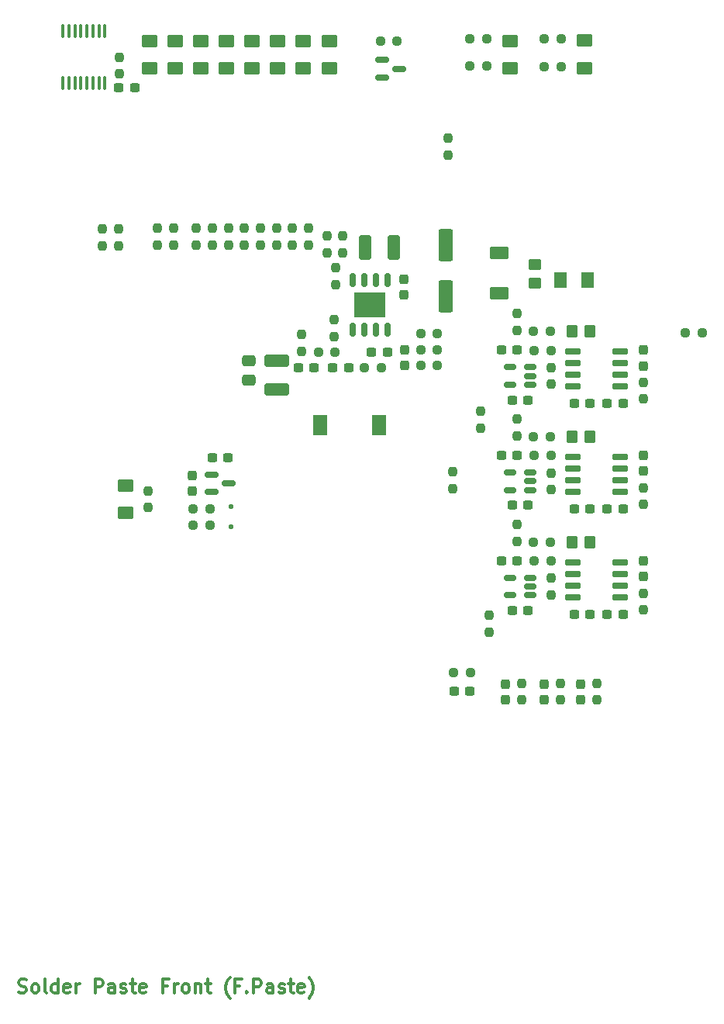
<source format=gbr>
G04 #@! TF.GenerationSoftware,KiCad,Pcbnew,9.0.3*
G04 #@! TF.CreationDate,2026-02-18T15:21:07+00:00*
G04 #@! TF.ProjectId,nevb_mtr1_c_1,6e657662-5f6d-4747-9231-5f635f312e6b,01*
G04 #@! TF.SameCoordinates,Original*
G04 #@! TF.FileFunction,Paste,Top*
G04 #@! TF.FilePolarity,Positive*
%FSLAX46Y46*%
G04 Gerber Fmt 4.6, Leading zero omitted, Abs format (unit mm)*
G04 Created by KiCad (PCBNEW 9.0.3) date 2026-02-18 15:21:07*
%MOMM*%
%LPD*%
G01*
G04 APERTURE LIST*
G04 Aperture macros list*
%AMRoundRect*
0 Rectangle with rounded corners*
0 $1 Rounding radius*
0 $2 $3 $4 $5 $6 $7 $8 $9 X,Y pos of 4 corners*
0 Add a 4 corners polygon primitive as box body*
4,1,4,$2,$3,$4,$5,$6,$7,$8,$9,$2,$3,0*
0 Add four circle primitives for the rounded corners*
1,1,$1+$1,$2,$3*
1,1,$1+$1,$4,$5*
1,1,$1+$1,$6,$7*
1,1,$1+$1,$8,$9*
0 Add four rect primitives between the rounded corners*
20,1,$1+$1,$2,$3,$4,$5,0*
20,1,$1+$1,$4,$5,$6,$7,0*
20,1,$1+$1,$6,$7,$8,$9,0*
20,1,$1+$1,$8,$9,$2,$3,0*%
G04 Aperture macros list end*
%ADD10C,0.300000*%
%ADD11R,1.600000X2.200000*%
%ADD12RoundRect,0.250001X-0.624999X0.462499X-0.624999X-0.462499X0.624999X-0.462499X0.624999X0.462499X0*%
%ADD13RoundRect,0.250001X0.624999X-0.462499X0.624999X0.462499X-0.624999X0.462499X-0.624999X-0.462499X0*%
%ADD14RoundRect,0.237500X0.250000X0.237500X-0.250000X0.237500X-0.250000X-0.237500X0.250000X-0.237500X0*%
%ADD15RoundRect,0.150000X0.725000X0.150000X-0.725000X0.150000X-0.725000X-0.150000X0.725000X-0.150000X0*%
%ADD16RoundRect,0.237500X-0.237500X0.250000X-0.237500X-0.250000X0.237500X-0.250000X0.237500X0.250000X0*%
%ADD17RoundRect,0.250001X0.462499X0.624999X-0.462499X0.624999X-0.462499X-0.624999X0.462499X-0.624999X0*%
%ADD18RoundRect,0.237500X0.237500X-0.250000X0.237500X0.250000X-0.237500X0.250000X-0.237500X-0.250000X0*%
%ADD19RoundRect,0.150000X0.512500X0.150000X-0.512500X0.150000X-0.512500X-0.150000X0.512500X-0.150000X0*%
%ADD20RoundRect,0.150000X-0.587500X-0.150000X0.587500X-0.150000X0.587500X0.150000X-0.587500X0.150000X0*%
%ADD21RoundRect,0.237500X0.237500X-0.300000X0.237500X0.300000X-0.237500X0.300000X-0.237500X-0.300000X0*%
%ADD22RoundRect,0.237500X0.300000X0.237500X-0.300000X0.237500X-0.300000X-0.237500X0.300000X-0.237500X0*%
%ADD23RoundRect,0.250000X-0.350000X-0.450000X0.350000X-0.450000X0.350000X0.450000X-0.350000X0.450000X0*%
%ADD24RoundRect,0.250000X0.475000X-0.337500X0.475000X0.337500X-0.475000X0.337500X-0.475000X-0.337500X0*%
%ADD25RoundRect,0.100000X-0.100000X0.637500X-0.100000X-0.637500X0.100000X-0.637500X0.100000X0.637500X0*%
%ADD26RoundRect,0.237500X-0.300000X-0.237500X0.300000X-0.237500X0.300000X0.237500X-0.300000X0.237500X0*%
%ADD27RoundRect,0.237500X-0.250000X-0.237500X0.250000X-0.237500X0.250000X0.237500X-0.250000X0.237500X0*%
%ADD28RoundRect,0.250000X-0.550000X1.500000X-0.550000X-1.500000X0.550000X-1.500000X0.550000X1.500000X0*%
%ADD29RoundRect,0.250000X-1.100000X0.412500X-1.100000X-0.412500X1.100000X-0.412500X1.100000X0.412500X0*%
%ADD30RoundRect,0.250000X-0.450000X0.350000X-0.450000X-0.350000X0.450000X-0.350000X0.450000X0.350000X0*%
%ADD31RoundRect,0.125000X0.125000X-0.125000X0.125000X0.125000X-0.125000X0.125000X-0.125000X-0.125000X0*%
%ADD32RoundRect,0.237500X-0.237500X0.300000X-0.237500X-0.300000X0.237500X-0.300000X0.237500X0.300000X0*%
%ADD33RoundRect,0.250000X0.412500X1.100000X-0.412500X1.100000X-0.412500X-1.100000X0.412500X-1.100000X0*%
%ADD34RoundRect,0.150000X-0.150000X0.625000X-0.150000X-0.625000X0.150000X-0.625000X0.150000X0.625000X0*%
%ADD35R,3.400000X2.710000*%
%ADD36RoundRect,0.250000X-0.800000X0.450000X-0.800000X-0.450000X0.800000X-0.450000X0.800000X0.450000X0*%
G04 APERTURE END LIST*
D10*
X60935082Y-144509400D02*
X61149368Y-144580828D01*
X61149368Y-144580828D02*
X61506510Y-144580828D01*
X61506510Y-144580828D02*
X61649368Y-144509400D01*
X61649368Y-144509400D02*
X61720796Y-144437971D01*
X61720796Y-144437971D02*
X61792225Y-144295114D01*
X61792225Y-144295114D02*
X61792225Y-144152257D01*
X61792225Y-144152257D02*
X61720796Y-144009400D01*
X61720796Y-144009400D02*
X61649368Y-143937971D01*
X61649368Y-143937971D02*
X61506510Y-143866542D01*
X61506510Y-143866542D02*
X61220796Y-143795114D01*
X61220796Y-143795114D02*
X61077939Y-143723685D01*
X61077939Y-143723685D02*
X61006510Y-143652257D01*
X61006510Y-143652257D02*
X60935082Y-143509400D01*
X60935082Y-143509400D02*
X60935082Y-143366542D01*
X60935082Y-143366542D02*
X61006510Y-143223685D01*
X61006510Y-143223685D02*
X61077939Y-143152257D01*
X61077939Y-143152257D02*
X61220796Y-143080828D01*
X61220796Y-143080828D02*
X61577939Y-143080828D01*
X61577939Y-143080828D02*
X61792225Y-143152257D01*
X62649367Y-144580828D02*
X62506510Y-144509400D01*
X62506510Y-144509400D02*
X62435081Y-144437971D01*
X62435081Y-144437971D02*
X62363653Y-144295114D01*
X62363653Y-144295114D02*
X62363653Y-143866542D01*
X62363653Y-143866542D02*
X62435081Y-143723685D01*
X62435081Y-143723685D02*
X62506510Y-143652257D01*
X62506510Y-143652257D02*
X62649367Y-143580828D01*
X62649367Y-143580828D02*
X62863653Y-143580828D01*
X62863653Y-143580828D02*
X63006510Y-143652257D01*
X63006510Y-143652257D02*
X63077939Y-143723685D01*
X63077939Y-143723685D02*
X63149367Y-143866542D01*
X63149367Y-143866542D02*
X63149367Y-144295114D01*
X63149367Y-144295114D02*
X63077939Y-144437971D01*
X63077939Y-144437971D02*
X63006510Y-144509400D01*
X63006510Y-144509400D02*
X62863653Y-144580828D01*
X62863653Y-144580828D02*
X62649367Y-144580828D01*
X64006510Y-144580828D02*
X63863653Y-144509400D01*
X63863653Y-144509400D02*
X63792224Y-144366542D01*
X63792224Y-144366542D02*
X63792224Y-143080828D01*
X65220796Y-144580828D02*
X65220796Y-143080828D01*
X65220796Y-144509400D02*
X65077938Y-144580828D01*
X65077938Y-144580828D02*
X64792224Y-144580828D01*
X64792224Y-144580828D02*
X64649367Y-144509400D01*
X64649367Y-144509400D02*
X64577938Y-144437971D01*
X64577938Y-144437971D02*
X64506510Y-144295114D01*
X64506510Y-144295114D02*
X64506510Y-143866542D01*
X64506510Y-143866542D02*
X64577938Y-143723685D01*
X64577938Y-143723685D02*
X64649367Y-143652257D01*
X64649367Y-143652257D02*
X64792224Y-143580828D01*
X64792224Y-143580828D02*
X65077938Y-143580828D01*
X65077938Y-143580828D02*
X65220796Y-143652257D01*
X66506510Y-144509400D02*
X66363653Y-144580828D01*
X66363653Y-144580828D02*
X66077939Y-144580828D01*
X66077939Y-144580828D02*
X65935081Y-144509400D01*
X65935081Y-144509400D02*
X65863653Y-144366542D01*
X65863653Y-144366542D02*
X65863653Y-143795114D01*
X65863653Y-143795114D02*
X65935081Y-143652257D01*
X65935081Y-143652257D02*
X66077939Y-143580828D01*
X66077939Y-143580828D02*
X66363653Y-143580828D01*
X66363653Y-143580828D02*
X66506510Y-143652257D01*
X66506510Y-143652257D02*
X66577939Y-143795114D01*
X66577939Y-143795114D02*
X66577939Y-143937971D01*
X66577939Y-143937971D02*
X65863653Y-144080828D01*
X67220795Y-144580828D02*
X67220795Y-143580828D01*
X67220795Y-143866542D02*
X67292224Y-143723685D01*
X67292224Y-143723685D02*
X67363653Y-143652257D01*
X67363653Y-143652257D02*
X67506510Y-143580828D01*
X67506510Y-143580828D02*
X67649367Y-143580828D01*
X69292223Y-144580828D02*
X69292223Y-143080828D01*
X69292223Y-143080828D02*
X69863652Y-143080828D01*
X69863652Y-143080828D02*
X70006509Y-143152257D01*
X70006509Y-143152257D02*
X70077938Y-143223685D01*
X70077938Y-143223685D02*
X70149366Y-143366542D01*
X70149366Y-143366542D02*
X70149366Y-143580828D01*
X70149366Y-143580828D02*
X70077938Y-143723685D01*
X70077938Y-143723685D02*
X70006509Y-143795114D01*
X70006509Y-143795114D02*
X69863652Y-143866542D01*
X69863652Y-143866542D02*
X69292223Y-143866542D01*
X71435081Y-144580828D02*
X71435081Y-143795114D01*
X71435081Y-143795114D02*
X71363652Y-143652257D01*
X71363652Y-143652257D02*
X71220795Y-143580828D01*
X71220795Y-143580828D02*
X70935081Y-143580828D01*
X70935081Y-143580828D02*
X70792223Y-143652257D01*
X71435081Y-144509400D02*
X71292223Y-144580828D01*
X71292223Y-144580828D02*
X70935081Y-144580828D01*
X70935081Y-144580828D02*
X70792223Y-144509400D01*
X70792223Y-144509400D02*
X70720795Y-144366542D01*
X70720795Y-144366542D02*
X70720795Y-144223685D01*
X70720795Y-144223685D02*
X70792223Y-144080828D01*
X70792223Y-144080828D02*
X70935081Y-144009400D01*
X70935081Y-144009400D02*
X71292223Y-144009400D01*
X71292223Y-144009400D02*
X71435081Y-143937971D01*
X72077938Y-144509400D02*
X72220795Y-144580828D01*
X72220795Y-144580828D02*
X72506509Y-144580828D01*
X72506509Y-144580828D02*
X72649366Y-144509400D01*
X72649366Y-144509400D02*
X72720795Y-144366542D01*
X72720795Y-144366542D02*
X72720795Y-144295114D01*
X72720795Y-144295114D02*
X72649366Y-144152257D01*
X72649366Y-144152257D02*
X72506509Y-144080828D01*
X72506509Y-144080828D02*
X72292224Y-144080828D01*
X72292224Y-144080828D02*
X72149366Y-144009400D01*
X72149366Y-144009400D02*
X72077938Y-143866542D01*
X72077938Y-143866542D02*
X72077938Y-143795114D01*
X72077938Y-143795114D02*
X72149366Y-143652257D01*
X72149366Y-143652257D02*
X72292224Y-143580828D01*
X72292224Y-143580828D02*
X72506509Y-143580828D01*
X72506509Y-143580828D02*
X72649366Y-143652257D01*
X73149367Y-143580828D02*
X73720795Y-143580828D01*
X73363652Y-143080828D02*
X73363652Y-144366542D01*
X73363652Y-144366542D02*
X73435081Y-144509400D01*
X73435081Y-144509400D02*
X73577938Y-144580828D01*
X73577938Y-144580828D02*
X73720795Y-144580828D01*
X74792224Y-144509400D02*
X74649367Y-144580828D01*
X74649367Y-144580828D02*
X74363653Y-144580828D01*
X74363653Y-144580828D02*
X74220795Y-144509400D01*
X74220795Y-144509400D02*
X74149367Y-144366542D01*
X74149367Y-144366542D02*
X74149367Y-143795114D01*
X74149367Y-143795114D02*
X74220795Y-143652257D01*
X74220795Y-143652257D02*
X74363653Y-143580828D01*
X74363653Y-143580828D02*
X74649367Y-143580828D01*
X74649367Y-143580828D02*
X74792224Y-143652257D01*
X74792224Y-143652257D02*
X74863653Y-143795114D01*
X74863653Y-143795114D02*
X74863653Y-143937971D01*
X74863653Y-143937971D02*
X74149367Y-144080828D01*
X77149366Y-143795114D02*
X76649366Y-143795114D01*
X76649366Y-144580828D02*
X76649366Y-143080828D01*
X76649366Y-143080828D02*
X77363652Y-143080828D01*
X77935080Y-144580828D02*
X77935080Y-143580828D01*
X77935080Y-143866542D02*
X78006509Y-143723685D01*
X78006509Y-143723685D02*
X78077938Y-143652257D01*
X78077938Y-143652257D02*
X78220795Y-143580828D01*
X78220795Y-143580828D02*
X78363652Y-143580828D01*
X79077937Y-144580828D02*
X78935080Y-144509400D01*
X78935080Y-144509400D02*
X78863651Y-144437971D01*
X78863651Y-144437971D02*
X78792223Y-144295114D01*
X78792223Y-144295114D02*
X78792223Y-143866542D01*
X78792223Y-143866542D02*
X78863651Y-143723685D01*
X78863651Y-143723685D02*
X78935080Y-143652257D01*
X78935080Y-143652257D02*
X79077937Y-143580828D01*
X79077937Y-143580828D02*
X79292223Y-143580828D01*
X79292223Y-143580828D02*
X79435080Y-143652257D01*
X79435080Y-143652257D02*
X79506509Y-143723685D01*
X79506509Y-143723685D02*
X79577937Y-143866542D01*
X79577937Y-143866542D02*
X79577937Y-144295114D01*
X79577937Y-144295114D02*
X79506509Y-144437971D01*
X79506509Y-144437971D02*
X79435080Y-144509400D01*
X79435080Y-144509400D02*
X79292223Y-144580828D01*
X79292223Y-144580828D02*
X79077937Y-144580828D01*
X80220794Y-143580828D02*
X80220794Y-144580828D01*
X80220794Y-143723685D02*
X80292223Y-143652257D01*
X80292223Y-143652257D02*
X80435080Y-143580828D01*
X80435080Y-143580828D02*
X80649366Y-143580828D01*
X80649366Y-143580828D02*
X80792223Y-143652257D01*
X80792223Y-143652257D02*
X80863652Y-143795114D01*
X80863652Y-143795114D02*
X80863652Y-144580828D01*
X81363652Y-143580828D02*
X81935080Y-143580828D01*
X81577937Y-143080828D02*
X81577937Y-144366542D01*
X81577937Y-144366542D02*
X81649366Y-144509400D01*
X81649366Y-144509400D02*
X81792223Y-144580828D01*
X81792223Y-144580828D02*
X81935080Y-144580828D01*
X84006509Y-145152257D02*
X83935080Y-145080828D01*
X83935080Y-145080828D02*
X83792223Y-144866542D01*
X83792223Y-144866542D02*
X83720795Y-144723685D01*
X83720795Y-144723685D02*
X83649366Y-144509400D01*
X83649366Y-144509400D02*
X83577937Y-144152257D01*
X83577937Y-144152257D02*
X83577937Y-143866542D01*
X83577937Y-143866542D02*
X83649366Y-143509400D01*
X83649366Y-143509400D02*
X83720795Y-143295114D01*
X83720795Y-143295114D02*
X83792223Y-143152257D01*
X83792223Y-143152257D02*
X83935080Y-142937971D01*
X83935080Y-142937971D02*
X84006509Y-142866542D01*
X85077937Y-143795114D02*
X84577937Y-143795114D01*
X84577937Y-144580828D02*
X84577937Y-143080828D01*
X84577937Y-143080828D02*
X85292223Y-143080828D01*
X85863651Y-144437971D02*
X85935080Y-144509400D01*
X85935080Y-144509400D02*
X85863651Y-144580828D01*
X85863651Y-144580828D02*
X85792223Y-144509400D01*
X85792223Y-144509400D02*
X85863651Y-144437971D01*
X85863651Y-144437971D02*
X85863651Y-144580828D01*
X86577937Y-144580828D02*
X86577937Y-143080828D01*
X86577937Y-143080828D02*
X87149366Y-143080828D01*
X87149366Y-143080828D02*
X87292223Y-143152257D01*
X87292223Y-143152257D02*
X87363652Y-143223685D01*
X87363652Y-143223685D02*
X87435080Y-143366542D01*
X87435080Y-143366542D02*
X87435080Y-143580828D01*
X87435080Y-143580828D02*
X87363652Y-143723685D01*
X87363652Y-143723685D02*
X87292223Y-143795114D01*
X87292223Y-143795114D02*
X87149366Y-143866542D01*
X87149366Y-143866542D02*
X86577937Y-143866542D01*
X88720795Y-144580828D02*
X88720795Y-143795114D01*
X88720795Y-143795114D02*
X88649366Y-143652257D01*
X88649366Y-143652257D02*
X88506509Y-143580828D01*
X88506509Y-143580828D02*
X88220795Y-143580828D01*
X88220795Y-143580828D02*
X88077937Y-143652257D01*
X88720795Y-144509400D02*
X88577937Y-144580828D01*
X88577937Y-144580828D02*
X88220795Y-144580828D01*
X88220795Y-144580828D02*
X88077937Y-144509400D01*
X88077937Y-144509400D02*
X88006509Y-144366542D01*
X88006509Y-144366542D02*
X88006509Y-144223685D01*
X88006509Y-144223685D02*
X88077937Y-144080828D01*
X88077937Y-144080828D02*
X88220795Y-144009400D01*
X88220795Y-144009400D02*
X88577937Y-144009400D01*
X88577937Y-144009400D02*
X88720795Y-143937971D01*
X89363652Y-144509400D02*
X89506509Y-144580828D01*
X89506509Y-144580828D02*
X89792223Y-144580828D01*
X89792223Y-144580828D02*
X89935080Y-144509400D01*
X89935080Y-144509400D02*
X90006509Y-144366542D01*
X90006509Y-144366542D02*
X90006509Y-144295114D01*
X90006509Y-144295114D02*
X89935080Y-144152257D01*
X89935080Y-144152257D02*
X89792223Y-144080828D01*
X89792223Y-144080828D02*
X89577938Y-144080828D01*
X89577938Y-144080828D02*
X89435080Y-144009400D01*
X89435080Y-144009400D02*
X89363652Y-143866542D01*
X89363652Y-143866542D02*
X89363652Y-143795114D01*
X89363652Y-143795114D02*
X89435080Y-143652257D01*
X89435080Y-143652257D02*
X89577938Y-143580828D01*
X89577938Y-143580828D02*
X89792223Y-143580828D01*
X89792223Y-143580828D02*
X89935080Y-143652257D01*
X90435081Y-143580828D02*
X91006509Y-143580828D01*
X90649366Y-143080828D02*
X90649366Y-144366542D01*
X90649366Y-144366542D02*
X90720795Y-144509400D01*
X90720795Y-144509400D02*
X90863652Y-144580828D01*
X90863652Y-144580828D02*
X91006509Y-144580828D01*
X92077938Y-144509400D02*
X91935081Y-144580828D01*
X91935081Y-144580828D02*
X91649367Y-144580828D01*
X91649367Y-144580828D02*
X91506509Y-144509400D01*
X91506509Y-144509400D02*
X91435081Y-144366542D01*
X91435081Y-144366542D02*
X91435081Y-143795114D01*
X91435081Y-143795114D02*
X91506509Y-143652257D01*
X91506509Y-143652257D02*
X91649367Y-143580828D01*
X91649367Y-143580828D02*
X91935081Y-143580828D01*
X91935081Y-143580828D02*
X92077938Y-143652257D01*
X92077938Y-143652257D02*
X92149367Y-143795114D01*
X92149367Y-143795114D02*
X92149367Y-143937971D01*
X92149367Y-143937971D02*
X91435081Y-144080828D01*
X92649366Y-145152257D02*
X92720795Y-145080828D01*
X92720795Y-145080828D02*
X92863652Y-144866542D01*
X92863652Y-144866542D02*
X92935081Y-144723685D01*
X92935081Y-144723685D02*
X93006509Y-144509400D01*
X93006509Y-144509400D02*
X93077938Y-144152257D01*
X93077938Y-144152257D02*
X93077938Y-143866542D01*
X93077938Y-143866542D02*
X93006509Y-143509400D01*
X93006509Y-143509400D02*
X92935081Y-143295114D01*
X92935081Y-143295114D02*
X92863652Y-143152257D01*
X92863652Y-143152257D02*
X92720795Y-142937971D01*
X92720795Y-142937971D02*
X92649366Y-142866542D01*
D11*
X100304000Y-82614000D03*
X93904000Y-82614000D03*
D12*
X78058500Y-40715000D03*
X78058500Y-43690000D03*
D13*
X72604000Y-92176500D03*
X72604000Y-89201500D03*
D14*
X102258500Y-40656000D03*
X100433500Y-40656000D03*
D15*
X126604000Y-78364000D03*
X126604000Y-77094000D03*
X126604000Y-75824000D03*
X126604000Y-74554000D03*
X121454000Y-74554000D03*
X121454000Y-75824000D03*
X121454000Y-77094000D03*
X121454000Y-78364000D03*
D16*
X92604000Y-61114000D03*
X92604000Y-62939000D03*
D17*
X123091500Y-66810000D03*
X120116500Y-66810000D03*
D12*
X92028500Y-40715000D03*
X92028500Y-43690000D03*
D18*
X75104000Y-91614000D03*
X75104000Y-89789000D03*
D16*
X108354000Y-87701500D03*
X108354000Y-89526500D03*
D19*
X116852000Y-101179000D03*
X116852000Y-100229000D03*
X116852000Y-99279000D03*
X114577000Y-99279000D03*
X114577000Y-101179000D03*
D20*
X100662500Y-44654000D03*
X102537500Y-43704000D03*
X100662500Y-42754000D03*
D21*
X129177949Y-87626448D03*
X129177949Y-85901448D03*
D22*
X115371000Y-97391500D03*
X113646000Y-97391500D03*
D12*
X94913000Y-40692500D03*
X94913000Y-43667500D03*
D16*
X87354000Y-61114000D03*
X87354000Y-62939000D03*
D14*
X119104000Y-97435000D03*
X117279000Y-97435000D03*
X119104000Y-85935000D03*
X117279000Y-85935000D03*
D23*
X121354000Y-72364000D03*
X123354000Y-72364000D03*
D14*
X120173500Y-40475000D03*
X118348500Y-40475000D03*
D21*
X114104000Y-112564000D03*
X114104000Y-110839000D03*
D24*
X86104000Y-77651500D03*
X86104000Y-75576500D03*
D21*
X103133188Y-76076940D03*
X103133188Y-74351940D03*
D18*
X129177949Y-102764685D03*
X129177949Y-100939685D03*
D25*
X70347000Y-39571500D03*
X69697000Y-39571500D03*
X69047000Y-39571500D03*
X68397000Y-39571500D03*
X67747000Y-39571500D03*
X67097000Y-39571500D03*
X66447000Y-39571500D03*
X65797000Y-39571500D03*
X65797000Y-45296500D03*
X66447000Y-45296500D03*
X67097000Y-45296500D03*
X67747000Y-45296500D03*
X68397000Y-45296500D03*
X69047000Y-45296500D03*
X69697000Y-45296500D03*
X70347000Y-45296500D03*
D18*
X107823000Y-53133000D03*
X107823000Y-51308000D03*
X124104000Y-112614000D03*
X124104000Y-110789000D03*
D16*
X95604000Y-65451500D03*
X95604000Y-67276500D03*
D26*
X71891500Y-45774000D03*
X73616500Y-45774000D03*
D18*
X119080500Y-89641500D03*
X119080500Y-87816500D03*
X129177949Y-79764685D03*
X129177949Y-77939685D03*
D27*
X118348500Y-43450000D03*
X120173500Y-43450000D03*
D18*
X82104000Y-62939000D03*
X82104000Y-61114000D03*
D16*
X115354000Y-81951500D03*
X115354000Y-83776500D03*
D23*
X121354000Y-95364000D03*
X123354000Y-95364000D03*
D16*
X85604000Y-61114000D03*
X85604000Y-62939000D03*
D14*
X112045500Y-40438500D03*
X110220500Y-40438500D03*
D26*
X99491500Y-74614000D03*
X101216500Y-74614000D03*
D28*
X107569000Y-62986000D03*
X107569000Y-68586000D03*
D27*
X104854000Y-76114000D03*
X106679000Y-76114000D03*
D14*
X95516500Y-74614000D03*
X93691500Y-74614000D03*
D16*
X89104000Y-61114000D03*
X89104000Y-62939000D03*
D18*
X129177949Y-91264685D03*
X129177949Y-89439685D03*
D12*
X114633000Y-40692500D03*
X114633000Y-43667500D03*
X75264500Y-40715000D03*
X75264500Y-43690000D03*
D22*
X123337759Y-103266843D03*
X121612759Y-103266843D03*
D29*
X89104000Y-75551500D03*
X89104000Y-78676500D03*
D22*
X123337759Y-80266843D03*
X121612759Y-80266843D03*
D27*
X117191500Y-72364000D03*
X119016500Y-72364000D03*
D16*
X115354000Y-70451500D03*
X115354000Y-72276500D03*
D22*
X83793500Y-86172000D03*
X82068500Y-86172000D03*
D21*
X122354000Y-112564000D03*
X122354000Y-110839000D03*
D15*
X126604000Y-89864000D03*
X126604000Y-88594000D03*
X126604000Y-87324000D03*
X126604000Y-86054000D03*
X121454000Y-86054000D03*
X121454000Y-87324000D03*
X121454000Y-88594000D03*
X121454000Y-89864000D03*
D26*
X125216500Y-103266843D03*
X126941500Y-103266843D03*
D27*
X79986500Y-93538000D03*
X81811500Y-93538000D03*
X117191500Y-83864000D03*
X119016500Y-83864000D03*
D22*
X123337759Y-91766843D03*
X121612759Y-91766843D03*
D21*
X129177949Y-99126448D03*
X129177949Y-97401448D03*
D16*
X94604000Y-61951500D03*
X94604000Y-63776500D03*
D27*
X98691500Y-76364000D03*
X100516500Y-76364000D03*
D18*
X119080500Y-78141500D03*
X119080500Y-76316500D03*
D30*
X117281500Y-65114000D03*
X117281500Y-67114000D03*
D26*
X125216500Y-91766843D03*
X126941500Y-91766843D03*
D12*
X89234500Y-40715000D03*
X89234500Y-43690000D03*
D16*
X115354000Y-93451500D03*
X115354000Y-95276500D03*
D22*
X115371000Y-74391500D03*
X113646000Y-74391500D03*
D14*
X106679000Y-72614000D03*
X104854000Y-72614000D03*
D31*
X84104000Y-93726500D03*
X84104000Y-91526500D03*
D27*
X104854000Y-74364000D03*
X106679000Y-74364000D03*
D19*
X116852000Y-78179000D03*
X116852000Y-77229000D03*
X116852000Y-76279000D03*
X114577000Y-76279000D03*
X114577000Y-78179000D03*
D22*
X93216500Y-76364000D03*
X91491500Y-76364000D03*
D18*
X96354000Y-63776500D03*
X96354000Y-61951500D03*
D27*
X133785726Y-72552528D03*
X135610726Y-72552528D03*
D26*
X114854000Y-79864000D03*
X116579000Y-79864000D03*
D32*
X102997000Y-66647000D03*
X102997000Y-68372000D03*
D16*
X71854000Y-61201500D03*
X71854000Y-63026500D03*
D18*
X119080500Y-101141500D03*
X119080500Y-99316500D03*
X120104000Y-112614000D03*
X120104000Y-110789000D03*
D33*
X101873500Y-63246000D03*
X98748500Y-63246000D03*
D12*
X83646500Y-40715000D03*
X83646500Y-43690000D03*
D18*
X111354000Y-82939000D03*
X111354000Y-81114000D03*
D16*
X80354000Y-61114000D03*
X80354000Y-62939000D03*
D18*
X83854000Y-62939000D03*
X83854000Y-61114000D03*
D20*
X81993500Y-88016000D03*
X81993500Y-89916000D03*
X83868500Y-88966000D03*
D21*
X118354000Y-112564000D03*
X118354000Y-110839000D03*
X129177949Y-76126448D03*
X129177949Y-74401448D03*
D12*
X86440500Y-40715000D03*
X86440500Y-43690000D03*
D21*
X79883000Y-89828500D03*
X79883000Y-88103500D03*
D22*
X115371000Y-85891500D03*
X113646000Y-85891500D03*
D27*
X110220500Y-43413500D03*
X112045500Y-43413500D03*
D16*
X70104000Y-61201500D03*
X70104000Y-63026500D03*
D22*
X96966500Y-76364000D03*
X95241500Y-76364000D03*
D18*
X71914000Y-44286500D03*
X71914000Y-42461500D03*
D12*
X80852500Y-40715000D03*
X80852500Y-43690000D03*
D16*
X77854000Y-61114000D03*
X77854000Y-62939000D03*
D27*
X117191500Y-95364000D03*
X119016500Y-95364000D03*
D14*
X119104000Y-74435000D03*
X117279000Y-74435000D03*
D23*
X121354000Y-83864000D03*
X123354000Y-83864000D03*
D34*
X101209000Y-66764000D03*
X99939000Y-66764000D03*
X98669000Y-66764000D03*
X97399000Y-66764000D03*
X97399000Y-72164000D03*
X98669000Y-72164000D03*
X99939000Y-72164000D03*
X101209000Y-72164000D03*
D35*
X99304000Y-69464000D03*
D14*
X81811500Y-91760000D03*
X79986500Y-91760000D03*
D15*
X126604000Y-101364000D03*
X126604000Y-100094000D03*
X126604000Y-98824000D03*
X126604000Y-97554000D03*
X121454000Y-97554000D03*
X121454000Y-98824000D03*
X121454000Y-100094000D03*
X121454000Y-101364000D03*
D26*
X108491500Y-111614000D03*
X110216500Y-111614000D03*
D18*
X112354000Y-105189000D03*
X112354000Y-103364000D03*
D36*
X113411000Y-63840000D03*
X113411000Y-68240000D03*
D16*
X76104000Y-61114000D03*
X76104000Y-62939000D03*
D26*
X125216500Y-80266843D03*
X126941500Y-80266843D03*
X114854000Y-91364000D03*
X116579000Y-91364000D03*
D19*
X116852000Y-89679000D03*
X116852000Y-88729000D03*
X116852000Y-87779000D03*
X114577000Y-87779000D03*
X114577000Y-89679000D03*
D16*
X95427588Y-71128071D03*
X95427588Y-72953071D03*
D12*
X122713000Y-40647500D03*
X122713000Y-43622500D03*
D26*
X114854000Y-102864000D03*
X116579000Y-102864000D03*
D18*
X90854000Y-62939000D03*
X90854000Y-61114000D03*
X91854000Y-74526500D03*
X91854000Y-72701500D03*
X115854000Y-112614000D03*
X115854000Y-110789000D03*
D14*
X110266500Y-109614000D03*
X108441500Y-109614000D03*
M02*

</source>
